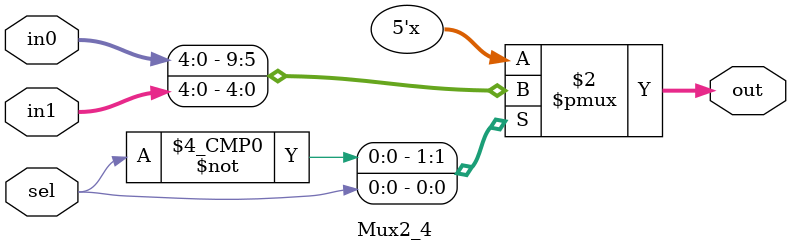
<source format=v>
`timescale 1ns / 1ps
module Mux2_4
  #(
	 parameter WIDTH = 5   //Ancho de la direccion de memoria.
	 )
	(
    input  [WIDTH-1:0] in0,
    input  [WIDTH-1:0] in1,
    output reg [WIDTH-1:0] out,
    input sel
    );

	always @(*)
	begin
		case (sel)
			1'b0: 	out <= in0;
			1'b1:		out <= in1;
		endcase
	end
endmodule

</source>
